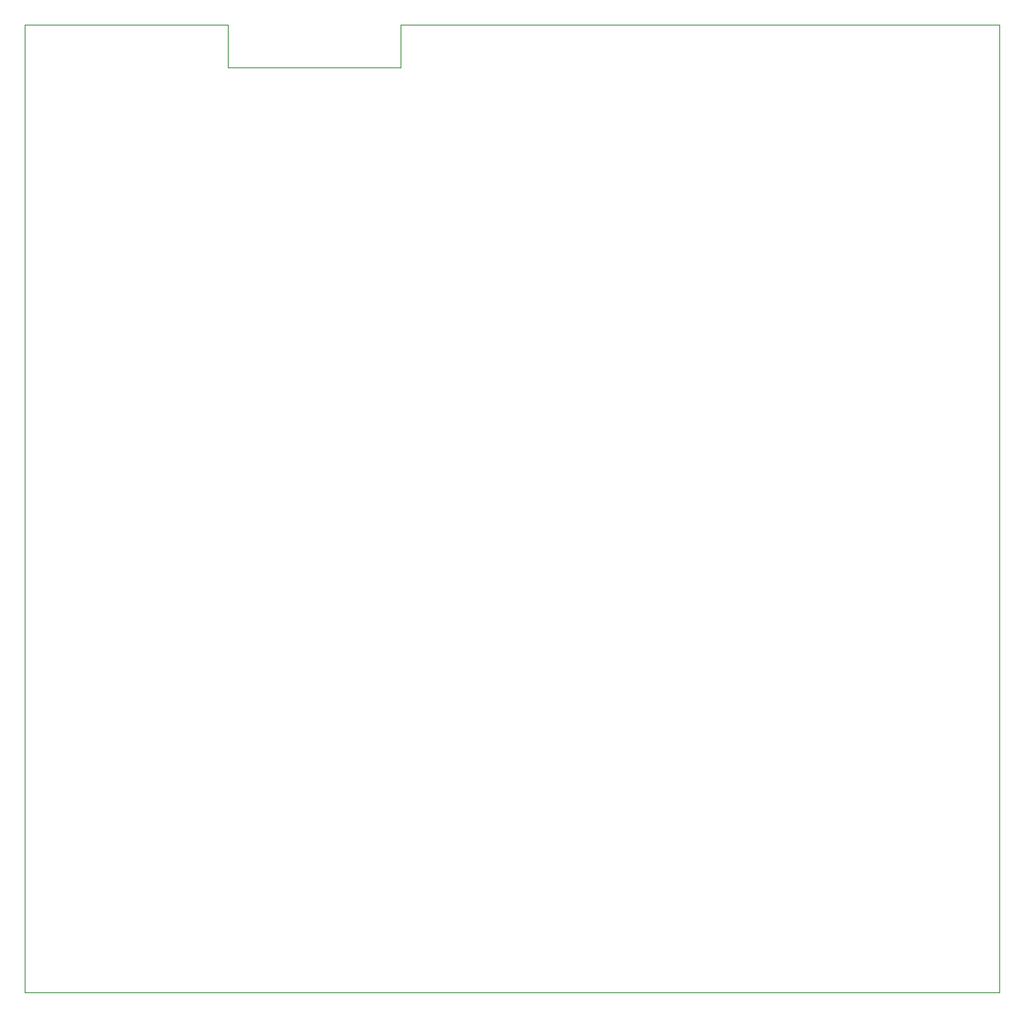
<source format=gm1>
G04 #@! TF.GenerationSoftware,KiCad,Pcbnew,(5.1.12)-1*
G04 #@! TF.CreationDate,2021-11-18T21:12:02+02:00*
G04 #@! TF.ProjectId,SmartHome,536d6172-7448-46f6-9d65-2e6b69636164,rev?*
G04 #@! TF.SameCoordinates,Original*
G04 #@! TF.FileFunction,Profile,NP*
%FSLAX46Y46*%
G04 Gerber Fmt 4.6, Leading zero omitted, Abs format (unit mm)*
G04 Created by KiCad (PCBNEW (5.1.12)-1) date 2021-11-18 21:12:02*
%MOMM*%
%LPD*%
G01*
G04 APERTURE LIST*
G04 #@! TA.AperFunction,Profile*
%ADD10C,0.050000*%
G04 #@! TD*
G04 APERTURE END LIST*
D10*
X163195000Y68580000D02*
X142240000Y68580000D01*
X142240000Y68580000D02*
X142240000Y-31115000D01*
X163195000Y64135000D02*
X163195000Y68580000D01*
X180975000Y64135000D02*
X163195000Y64135000D01*
X180975000Y68580000D02*
X180975000Y64135000D01*
X182245000Y68580000D02*
X180975000Y68580000D01*
X242570000Y-31115000D02*
X142240000Y-31115000D01*
X242570000Y68580000D02*
X242570000Y-31115000D01*
X182245000Y68580000D02*
X242570000Y68580000D01*
M02*

</source>
